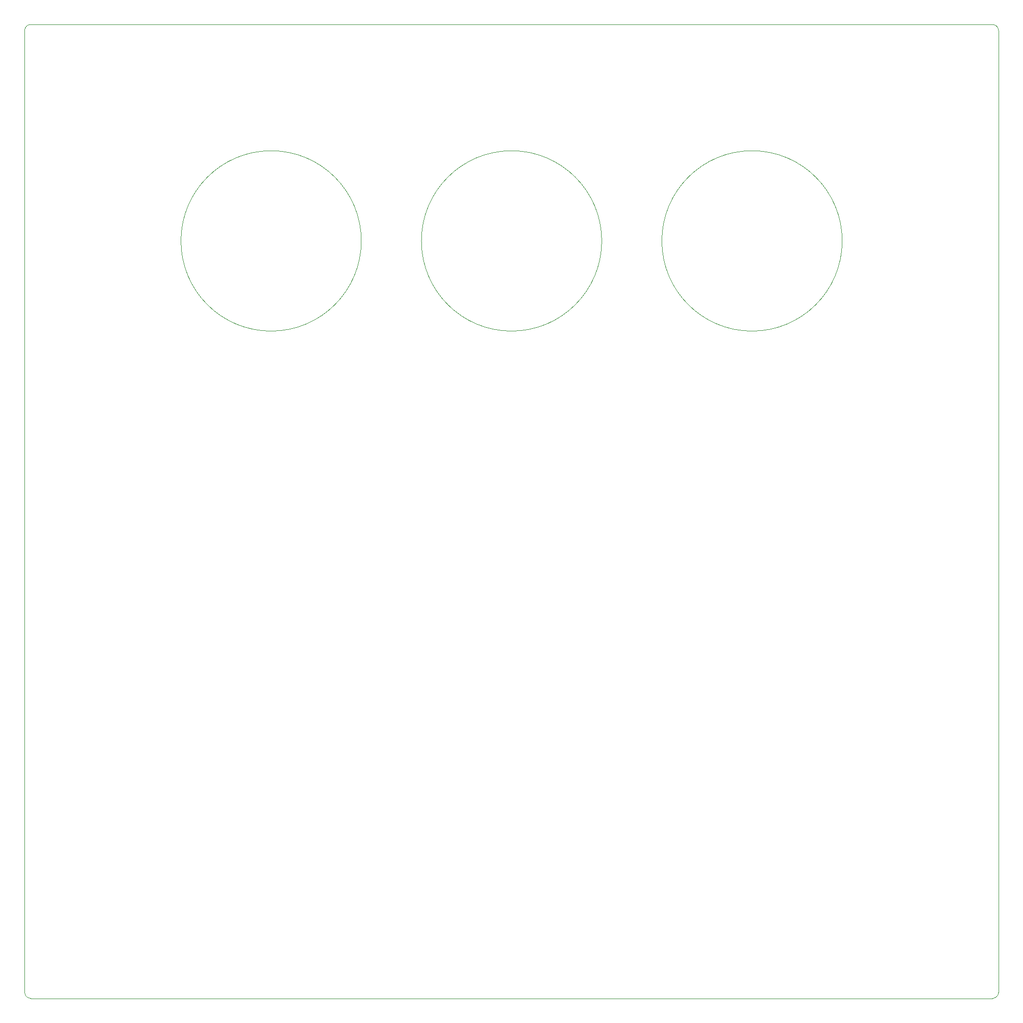
<source format=gm1>
G04 #@! TF.GenerationSoftware,KiCad,Pcbnew,7.0.9-1.fc39*
G04 #@! TF.CreationDate,2023-12-29T09:38:10-05:00*
G04 #@! TF.ProjectId,SYSMATT-WS2812-MATRIX-CARRIER,5359534d-4154-4542-9d57-53323831322d,rev?*
G04 #@! TF.SameCoordinates,Original*
G04 #@! TF.FileFunction,Profile,NP*
%FSLAX46Y46*%
G04 Gerber Fmt 4.6, Leading zero omitted, Abs format (unit mm)*
G04 Created by KiCad (PCBNEW 7.0.9-1.fc39) date 2023-12-29 09:38:10*
%MOMM*%
%LPD*%
G01*
G04 APERTURE LIST*
G04 #@! TA.AperFunction,Profile*
%ADD10C,0.100000*%
G04 #@! TD*
G04 APERTURE END LIST*
D10*
X20000000Y-19000000D02*
G75*
G03*
X19000000Y-20000000I0J-1000000D01*
G01*
X20000000Y-181000000D02*
X180000000Y-181000000D01*
X19000000Y-180000000D02*
G75*
G03*
X20000000Y-181000000I1000000J0D01*
G01*
X181000000Y-180000000D02*
X181000000Y-20000000D01*
X75000000Y-55000000D02*
G75*
G03*
X75000000Y-55000000I-15000000J0D01*
G01*
X155000000Y-55000000D02*
G75*
G03*
X155000000Y-55000000I-15000000J0D01*
G01*
X181000000Y-20000000D02*
G75*
G03*
X180000000Y-19000000I-1000000J0D01*
G01*
X180000000Y-181000000D02*
G75*
G03*
X181000000Y-180000000I0J1000000D01*
G01*
X180000000Y-19000000D02*
X20000000Y-19000000D01*
X19000000Y-20000000D02*
X19000000Y-180000000D01*
X115000000Y-55000000D02*
G75*
G03*
X115000000Y-55000000I-15000000J0D01*
G01*
M02*

</source>
